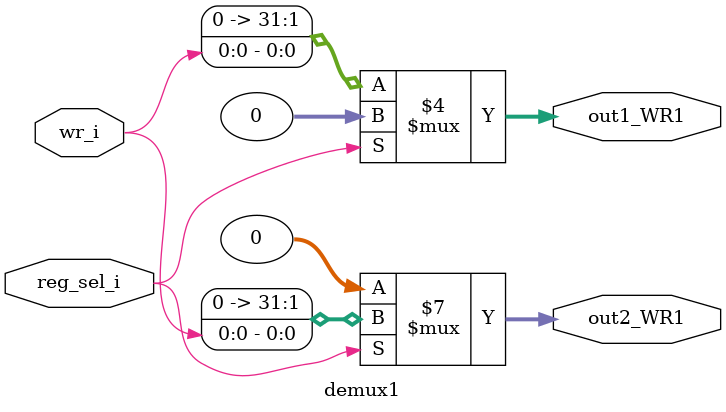
<source format=sv>
`timescale 1ns / 1ps

module demux1(
    input logic wr_i,
    input logic reg_sel_i,
    output logic [31:0] out1_WR1,
    output logic [31:0] out2_WR1
    );
    
always_comb begin
    if (reg_sel_i)
        out2_WR1 = wr_i;
    else
        out2_WR1 = 1'b0;
end

always_comb begin 
    if (reg_sel_i)
        out1_WR1 = 1'b0;
    else 
        out1_WR1 = wr_i;
end
endmodule
</source>
